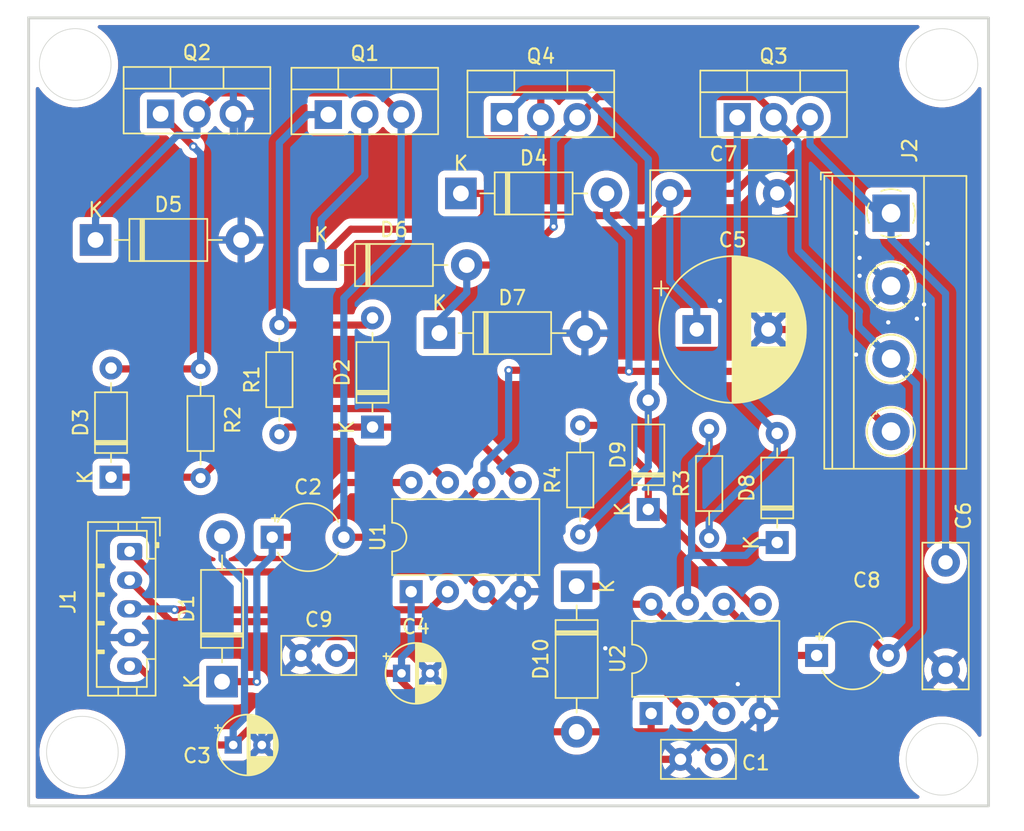
<source format=kicad_pcb>
(kicad_pcb (version 20241229) (generator "pcbnew") (generator_version "9.0")
  (title_block (title "H-Bridge DC Motor Driver") (date "2025-04-15") (rev "A") (company "Er. Sujit Kumar") (comment 1 "SURE TRUST") (comment 2 "DCE Darbhanga"))
  (layers (0 "F.Cu" signal) (2 "B.Cu" signal) (13 "F.Paste" user) (15 "B.Paste" user) (5 "F.SilkS" user "F.Silkscreen") (7 "B.SilkS" user "B.Silkscreen") (1 "F.Mask" user) (3 "B.Mask" user) (25 "Edge.Cuts" user))
  (net 0 "")
  (net 1 "GND")
  (net 2 "+12V")
  (net 3 "Net-(D1-K)")
  (net 4 "/MOTOR 1")
  (net 5 "VCC")
  (net 6 "/MOTOR 2")
  (net 7 "Net-(D10-K)")
  (net 8 "Net-(D2-A)")
  (net 9 "Net-(D2-K)")
  (net 10 "Net-(D3-A)")
  (net 11 "Net-(D3-K)")
  (net 12 "Net-(D8-A)")
  (net 13 "Net-(D8-K)")
  (net 14 "Net-(D9-A)")
  (net 15 "Net-(D9-K)")
  (net 16 "/PWM2")
  (net 17 "/PWM1")
  (net 18 "/EN")
  (footprint "Capacitor_THT:C_Rect_L10.0mm_W3.0mm_P7.50mm_MKS4" (layer "F.Cu") (at 141 75.5)
    (property "Reference" "C7" (at 3.75 -2.75 0) (layer "F.SilkS"))
    (property "Value" "470nF")
    (pad "1" thru_hole circle (at 0 0) (size 2 2) (drill 1) (layers "*.Cu" "*.Mask") (net 5 "VCC"))
    (pad "2" thru_hole circle (at 7.5 0) (size 2 2) (drill 1) (layers "*.Cu" "*.Mask") (net 1 "GND"))
  )
  (footprint "Package_TO_SOT_THT:TO-220-3_Vertical" (layer "F.Cu") (at 145.71 70.195)
    (property "Reference" "Q3" (at 2.54 -4.27 0) (layer "F.SilkS"))
    (property "Value" "IRF3205")
    (pad "1" thru_hole rect (at 0 0) (size 1.905 2) (drill 1.1) (layers "*.Cu" "*.Mask") (net 12 "Net-(D8-A)"))
    (pad "2" thru_hole oval (at 2.54 0) (size 1.905 2) (drill 1.1) (layers "*.Cu" "*.Mask") (net 6 "/MOTOR 2"))
    (pad "3" thru_hole oval (at 5.08 0) (size 1.905 2) (drill 1.1) (layers "*.Cu" "*.Mask") (net 5 "VCC"))
  )
  (footprint "Diode_THT:D_DO-35_SOD27_P7.62mm_Horizontal" (layer "F.Cu") (at 102 95.31 90)
    (property "Reference" "D3" (at 3.81 -2.12 90) (layer "F.SilkS"))
    (property "Value" "1N4148")
    (fp_text user "K" (at 0 -1.8 90) (layer "F.SilkS"))
    (pad "1" thru_hole rect (at 0 0 90) (size 1.6 1.6) (drill 0.8) (layers "*.Cu" "*.Mask") (net 11 "Net-(D3-K)"))
    (pad "2" thru_hole oval (at 7.62 0 90) (size 1.6 1.6) (drill 0.8) (layers "*.Cu" "*.Mask") (net 10 "Net-(D3-A)"))
  )
  (footprint "Connector_JST:JST_PH_B5B-PH-K_1x05_P2.00mm_Vertical" (layer "F.Cu") (at 103.3 100.5 -90)
    (property "Reference" "J1" (at 3.5 4.3 90) (layer "F.SilkS"))
    (property "Value" "XH-Male Connector")
    (pad "1" thru_hole roundrect (at 0 0 270) (size 1.2 1.75) (drill 0.75) (layers "*.Cu" "*.Mask") (roundrect_rratio 0.208333) (net 18 "/EN"))
    (pad "2" thru_hole oval (at 2 0 270) (size 1.2 1.75) (drill 0.75) (layers "*.Cu" "*.Mask") (net 16 "/PWM2"))
    (pad "3" thru_hole oval (at 4 0 270) (size 1.2 1.75) (drill 0.75) (layers "*.Cu" "*.Mask") (net 17 "/PWM1"))
    (pad "4" thru_hole oval (at 6 0 270) (size 1.2 1.75) (drill 0.75) (layers "*.Cu" "*.Mask") (net 1 "GND"))
    (pad "5" thru_hole oval (at 8 0 270) (size 1.2 1.75) (drill 0.75) (layers "*.Cu" "*.Mask") (net 2 "+12V"))
  )
  (footprint "Resistor_THT:R_Axial_DIN0204_L3.6mm_D1.6mm_P7.62mm_Horizontal" (layer "F.Cu") (at 113.75 92.31 90)
    (property "Reference" "R1" (at 3.81 -1.92 90) (layer "F.SilkS"))
    (property "Value" "27R")
    (pad "1" thru_hole circle (at 0 0 90) (size 1.4 1.4) (drill 0.7) (layers "*.Cu" "*.Mask") (net 9 "Net-(D2-K)"))
    (pad "2" thru_hole oval (at 7.62 0 90) (size 1.4 1.4) (drill 0.7) (layers "*.Cu" "*.Mask") (net 8 "Net-(D2-A)"))
  )
  (footprint "Package_DIP:DIP-8_W7.62mm" (layer "F.Cu") (at 139.7 111.8 90)
    (property "Reference" "U2" (at 3.81 -2.33 90) (layer "F.SilkS"))
    (property "Value" "IR2104")
    (pad "1" thru_hole rect (at 0 0 90) (size 1.6 1.6) (drill 0.8) (layers "*.Cu" "*.Mask") (net 2 "+12V"))
    (pad "2" thru_hole oval (at 0 2.54 90) (size 1.6 1.6) (drill 0.8) (layers "*.Cu" "*.Mask") (net 16 "/PWM2"))
    (pad "3" thru_hole oval (at 0 5.08 90) (size 1.6 1.6) (drill 0.8) (layers "*.Cu" "*.Mask") (net 18 "/EN"))
    (pad "4" thru_hole oval (at 0 7.62 90) (size 1.6 1.6) (drill 0.8) (layers "*.Cu" "*.Mask") (net 1 "GND"))
    (pad "5" thru_hole oval (at 7.62 7.62 90) (size 1.6 1.6) (drill 0.8) (layers "*.Cu" "*.Mask") (net 15 "Net-(D9-K)"))
    (pad "6" thru_hole oval (at 7.62 5.08 90) (size 1.6 1.6) (drill 0.8) (layers "*.Cu" "*.Mask") (net 6 "/MOTOR 2"))
    (pad "7" thru_hole oval (at 7.62 2.54 90) (size 1.6 1.6) (drill 0.8) (layers "*.Cu" "*.Mask") (net 13 "Net-(D8-K)"))
    (pad "8" thru_hole oval (at 7.62 0 90) (size 1.6 1.6) (drill 0.8) (layers "*.Cu" "*.Mask") (net 7 "Net-(D10-K)"))
  )
  (footprint "Package_TO_SOT_THT:TO-220-3_Vertical" (layer "F.Cu") (at 129.46 70.195)
    (property "Reference" "Q4" (at 2.54 -4.27 0) (layer "F.SilkS"))
    (property "Value" "IRF3205")
    (pad "1" thru_hole rect (at 0 0) (size 1.905 2) (drill 1.1) (layers "*.Cu" "*.Mask") (net 14 "Net-(D9-A)"))
    (pad "2" thru_hole oval (at 2.54 0) (size 1.905 2) (drill 1.1) (layers "*.Cu" "*.Mask") (net 1 "GND"))
    (pad "3" thru_hole oval (at 5.08 0) (size 1.905 2) (drill 1.1) (layers "*.Cu" "*.Mask") (net 6 "/MOTOR 2"))
  )
  (footprint "Capacitor_THT:C_Rect_L10.0mm_W3.0mm_P7.50mm_MKS4" (layer "F.Cu") (at 160.25 101.25 -90)
    (property "Reference" "C6" (at -3.25 -1.25 90) (layer "F.SilkS"))
    (property "Value" "470nF")
    (pad "1" thru_hole circle (at 0 0 270) (size 2 2) (drill 1) (layers "*.Cu" "*.Mask") (net 5 "VCC"))
    (pad "2" thru_hole circle (at 7.5 0 270) (size 2 2) (drill 1) (layers "*.Cu" "*.Mask") (net 1 "GND"))
  )
  (footprint "Package_DIP:DIP-8_W7.62mm" (layer "F.Cu") (at 122.95 103.3 90)
    (property "Reference" "U1" (at 3.81 -2.33 90) (layer "F.SilkS"))
    (property "Value" "IR2104")
    (pad "1" thru_hole rect (at 0 0 90) (size 1.6 1.6) (drill 0.8) (layers "*.Cu" "*.Mask") (net 2 "+12V"))
    (pad "2" thru_hole oval (at 0 2.54 90) (size 1.6 1.6) (drill 0.8) (layers "*.Cu" "*.Mask") (net 17 "/PWM1"))
    (pad "3" thru_hole oval (at 0 5.08 90) (size 1.6 1.6) (drill 0.8) (layers "*.Cu" "*.Mask") (net 18 "/EN"))
    (pad "4" thru_hole oval (at 0 7.62 90) (size 1.6 1.6) (drill 0.8) (layers "*.Cu" "*.Mask") (net 1 "GND"))
    (pad "5" thru_hole oval (at 7.62 7.62 90) (size 1.6 1.6) (drill 0.8) (layers "*.Cu" "*.Mask") (net 11 "Net-(D3-K)"))
    (pad "6" thru_hole oval (at 7.62 5.08 90) (size 1.6 1.6) (drill 0.8) (layers "*.Cu" "*.Mask") (net 4 "/MOTOR 1"))
    (pad "7" thru_hole oval (at 7.62 2.54 90) (size 1.6 1.6) (drill 0.8) (layers "*.Cu" "*.Mask") (net 9 "Net-(D2-K)"))
    (pad "8" thru_hole oval (at 7.62 0 90) (size 1.6 1.6) (drill 0.8) (layers "*.Cu" "*.Mask") (net 3 "Net-(D1-K)"))
  )
  (footprint "Diode_THT:D_DO-41_SOD81_P10.16mm_Horizontal" (layer "F.Cu") (at 126.42 75.5)
    (property "Reference" "D4" (at 5.08 -2.47 0) (layer "F.SilkS"))
    (property "Value" "1N5819")
    (fp_text user "K" (at 0 -2.1 0) (layer "F.SilkS"))
    (pad "1" thru_hole rect (at 0 0) (size 2.2 2.2) (drill 1.1) (layers "*.Cu" "*.Mask") (net 5 "VCC"))
    (pad "2" thru_hole oval (at 10.16 0) (size 2.2 2.2) (drill 1.1) (layers "*.Cu" "*.Mask") (net 4 "/MOTOR 1"))
  )
  (footprint "Diode_THT:D_DO-41_SOD81_P10.16mm_Horizontal" (layer "F.Cu") (at 124.92 85.25)
    (property "Reference" "D7" (at 5.08 -2.47 0) (layer "F.SilkS"))
    (property "Value" "1N5819")
    (fp_text user "K" (at 0 -2.1 0) (layer "F.SilkS"))
    (pad "1" thru_hole rect (at 0 0) (size 2.2 2.2) (drill 1.1) (layers "*.Cu" "*.Mask") (net 6 "/MOTOR 2"))
    (pad "2" thru_hole oval (at 10.16 0) (size 2.2 2.2) (drill 1.1) (layers "*.Cu" "*.Mask") (net 1 "GND"))
  )
  (footprint "TerminalBlock_Phoenix:TerminalBlock_Phoenix_MKDS-1,5-4-5.08_1x04_P5.08mm_Horizontal" (layer "F.Cu") (at 156.445 76.88 -90)
    (property "Reference" "J2" (at -4.38 -1.305 90) (layer "F.SilkS"))
    (property "Value" "KF45 Connector")
    (pad "1" thru_hole rect (at 0 0 270) (size 2.6 2.6) (drill 1.3) (layers "*.Cu" "*.Mask") (net 5 "VCC"))
    (pad "2" thru_hole circle (at 5.08 0 270) (size 2.6 2.6) (drill 1.3) (layers "*.Cu" "*.Mask") (net 1 "GND"))
    (pad "3" thru_hole circle (at 10.16 0 270) (size 2.6 2.6) (drill 1.3) (layers "*.Cu" "*.Mask") (net 6 "/MOTOR 2"))
    (pad "4" thru_hole circle (at 15.24 0 270) (size 2.6 2.6) (drill 1.3) (layers "*.Cu" "*.Mask") (net 4 "/MOTOR 1"))
  )
  (footprint "Capacitor_THT:CP_Radial_Tantal_D4.5mm_P5.00mm" (layer "F.Cu") (at 113.25 99.5)
    (property "Reference" "C2" (at 2.5 -3.5 0) (layer "F.SilkS"))
    (property "Value" "1uF")
    (pad "1" thru_hole rect (at 0 0) (size 1.6 1.6) (drill 0.8) (layers "*.Cu" "*.Mask") (net 3 "Net-(D1-K)"))
    (pad "2" thru_hole circle (at 5 0) (size 1.6 1.6) (drill 0.8) (layers "*.Cu" "*.Mask") (net 4 "/MOTOR 1"))
  )
  (footprint "Resistor_THT:R_Axial_DIN0204_L3.6mm_D1.6mm_P7.62mm_Horizontal" (layer "F.Cu") (at 143.75 99.56 90)
    (property "Reference" "R3" (at 3.81 -1.92 90) (layer "F.SilkS"))
    (property "Value" "27R")
    (pad "1" thru_hole circle (at 0 0 90) (size 1.4 1.4) (drill 0.7) (layers "*.Cu" "*.Mask") (net 12 "Net-(D8-A)"))
    (pad "2" thru_hole oval (at 7.62 0 90) (size 1.4 1.4) (drill 0.7) (layers "*.Cu" "*.Mask") (net 13 "Net-(D8-K)"))
  )
  (footprint "Capacitor_THT:CP_Radial_D4.0mm_P2.00mm" (layer "F.Cu") (at 122.2774 109)
    (property "Reference" "C4" (at 1 -3.25 0) (layer "F.SilkS"))
    (property "Value" "10uF")
    (pad "1" thru_hole rect (at 0 0) (size 1.2 1.2) (drill 0.6) (layers "*.Cu" "*.Mask") (net 2 "+12V"))
    (pad "2" thru_hole circle (at 2 0) (size 1.2 1.2) (drill 0.6) (layers "*.Cu" "*.Mask") (net 1 "GND"))
  )
  (footprint "Resistor_THT:R_Axial_DIN0204_L3.6mm_D1.6mm_P7.62mm_Horizontal" (layer "F.Cu") (at 108.25 95.37 90)
    (property "Reference" "R2" (at 4.06 2.25 90) (layer "F.SilkS"))
    (property "Value" "27R")
    (pad "1" thru_hole circle (at 0 0 90) (size 1.4 1.4) (drill 0.7) (layers "*.Cu" "*.Mask") (net 11 "Net-(D3-K)"))
    (pad "2" thru_hole oval (at 7.62 0 90) (size 1.4 1.4) (drill 0.7) (layers "*.Cu" "*.Mask") (net 10 "Net-(D3-A)"))
  )
  (footprint "Capacitor_THT:C_Disc_D5.0mm_W2.5mm_P2.50mm" (layer "F.Cu") (at 141.75 115)
    (property "Reference" "C1" (at 5.25 0.25 0) (layer "F.SilkS"))
    (property "Value" "100nF")
    (pad "1" thru_hole circle (at 0 0) (size 1.6 1.6) (drill 0.8) (layers "*.Cu" "*.Mask") (net 1 "GND"))
    (pad "2" thru_hole circle (at 2.5 0) (size 1.6 1.6) (drill 0.8) (layers "*.Cu" "*.Mask") (net 2 "+12V"))
  )
  (footprint "Diode_THT:D_DO-35_SOD27_P7.62mm_Horizontal" (layer "F.Cu") (at 148.5 99.87 90)
    (property "Reference" "D8" (at 3.81 -2.12 90) (layer "F.SilkS"))
    (property "Value" "1N4148")
    (fp_text user "K" (at 0 -1.8 90) (layer "F.SilkS"))
    (pad "1" thru_hole rect (at 0 0 90) (size 1.6 1.6) (drill 0.8) (layers "*.Cu" "*.Mask") (net 13 "Net-(D8-K)"))
    (pad "2" thru_hole oval (at 7.62 0 90) (size 1.6 1.6) (drill 0.8) (layers "*.Cu" "*.Mask") (net 12 "Net-(D8-A)"))
  )
  (footprint "Diode_THT:D_DO-41_SOD81_P10.16mm_Horizontal" (layer "F.Cu") (at 116.67 80.5)
    (property "Reference" "D6" (at 5.08 -2.47 0) (layer "F.SilkS"))
    (property "Value" "1N5819")
    (fp_text user "K" (at 0 -2.1 0) (layer "F.SilkS"))
    (pad "1" thru_hole rect (at 0 0) (size 2.2 2.2) (drill 1.1) (layers "*.Cu" "*.Mask") (net 5 "VCC"))
    (pad "2" thru_hole oval (at 10.16 0) (size 2.2 2.2) (drill 1.1) (layers "*.Cu" "*.Mask") (net 6 "/MOTOR 2"))
  )
  (footprint "Capacitor_THT:CP_Radial_Tantal_D4.5mm_P5.00mm" (layer "F.Cu") (at 151.25 107.75)
    (property "Reference" "C8" (at 3.5 -5.25 0) (layer "F.SilkS"))
    (property "Value" "1uF")
    (pad "1" thru_hole rect (at 0 0) (size 1.6 1.6) (drill 0.8) (layers "*.Cu" "*.Mask") (net 7 "Net-(D10-K)"))
    (pad "2" thru_hole circle (at 5 0) (size 1.6 1.6) (drill 0.8) (layers "*.Cu" "*.Mask") (net 6 "/MOTOR 2"))
  )
  (footprint "Resistor_THT:R_Axial_DIN0204_L3.6mm_D1.6mm_P7.62mm_Horizontal" (layer "F.Cu") (at 134.75 99.31 90)
    (property "Reference" "R4" (at 3.81 -1.92 90) (layer "F.SilkS"))
    (property "Value" "27R")
    (pad "1" thru_hole circle (at 0 0 90) (size 1.4 1.4) (drill 0.7) (layers "*.Cu" "*.Mask") (net 14 "Net-(D9-A)"))
    (pad "2" thru_hole oval (at 7.62 0 90) (size 1.4 1.4) (drill 0.7) (layers "*.Cu" "*.Mask") (net 15 "Net-(D9-K)"))
  )
  (footprint "Diode_THT:D_DO-35_SOD27_P7.62mm_Horizontal" (layer "F.Cu") (at 139.5 97.56 90)
    (property "Reference" "D9" (at 3.81 -2.12 90) (layer "F.SilkS"))
    (property "Value" "1N4148")
    (fp_text user "K" (at 0 -1.8 90) (layer "F.SilkS"))
    (pad "1" thru_hole rect (at 0 0 90) (size 1.6 1.6) (drill 0.8) (layers "*.Cu" "*.Mask") (net 15 "Net-(D9-K)"))
    (pad "2" thru_hole oval (at 7.62 0 90) (size 1.6 1.6) (drill 0.8) (layers "*.Cu" "*.Mask") (net 14 "Net-(D9-A)"))
  )
  (footprint "Diode_THT:D_DO-41_SOD81_P10.16mm_Horizontal" (layer "F.Cu") (at 100.92 78.75)
    (property "Reference" "D5" (at 5.08 -2.47 0) (layer "F.SilkS"))
    (property "Value" "1N5819")
    (fp_text user "K" (at 0 -2.1 0) (layer "F.SilkS"))
    (pad "1" thru_hole rect (at 0 0) (size 2.2 2.2) (drill 1.1) (layers "*.Cu" "*.Mask") (net 4 "/MOTOR 1"))
    (pad "2" thru_hole oval (at 10.16 0) (size 2.2 2.2) (drill 1.1) (layers "*.Cu" "*.Mask") (net 1 "GND"))
  )
  (footprint "Diode_THT:D_DO-35_SOD27_P7.62mm_Horizontal" (layer "F.Cu") (at 120.25 91.81 90)
    (property "Reference" "D2" (at 3.81 -2.12 90) (layer "F.SilkS"))
    (property "Value" "1N4148")
    (fp_text user "K" (at 0 -1.8 90) (layer "F.SilkS"))
    (pad "1" thru_hole rect (at 0 0 90) (size 1.6 1.6) (drill 0.8) (layers "*.Cu" "*.Mask") (net 9 "Net-(D2-K)"))
    (pad "2" thru_hole oval (at 7.62 0 90) (size 1.6 1.6) (drill 0.8) (layers "*.Cu" "*.Mask") (net 8 "Net-(D2-A)"))
  )
  (footprint "Package_TO_SOT_THT:TO-220-3_Vertical" (layer "F.Cu") (at 105.46 69.945)
    (property "Reference" "Q2" (at 2.54 -4.27 0) (layer "F.SilkS"))
    (property "Value" "IRF3205")
    (pad "1" thru_hole rect (at 0 0) (size 1.905 2) (drill 1.1) (layers "*.Cu" "*.Mask") (net 10 "Net-(D3-A)"))
    (pad "2" thru_hole oval (at 2.54 0) (size 1.905 2) (drill 1.1) (layers "*.Cu" "*.Mask") (net 4 "/MOTOR 1"))
    (pad "3" thru_hole oval (at 5.08 0) (size 1.905 2) (drill 1.1) (layers "*.Cu" "*.Mask") (net 1 "GND"))
  )
  (footprint "Capacitor_THT:CP_Radial_D4.0mm_P2.00mm" (layer "F.Cu") (at 110.5274 114)
    (property "Reference" "C3" (at -2.527401 0.75 0) (layer "F.SilkS"))
    (property "Value" "10uF")
    (pad "1" thru_hole rect (at 0 0) (size 1.2 1.2) (drill 0.6) (layers "*.Cu" "*.Mask") (net 2 "+12V"))
    (pad "2" thru_hole circle (at 2 0) (size 1.2 1.2) (drill 0.6) (layers "*.Cu" "*.Mask") (net 1 "GND"))
  )
  (footprint "Capacitor_THT:CP_Radial_D10.0mm_P5.00mm" (layer "F.Cu") (at 142.8823 85)
    (property "Reference" "C5" (at 2.5 -6.25 0) (layer "F.SilkS"))
    (property "Value" "1000uF")
    (pad "1" thru_hole rect (at 0 0) (size 2 2) (drill 1) (layers "*.Cu" "*.Mask") (net 5 "VCC"))
    (pad "2" thru_hole circle (at 5 0) (size 2 2) (drill 1) (layers "*.Cu" "*.Mask") (net 1 "GND"))
  )
  (footprint "Diode_THT:D_DO-41_SOD81_P10.16mm_Horizontal" (layer "F.Cu") (at 109.75 109.58 90)
    (property "Reference" "D1" (at 5.08 -2.47 90) (layer "F.SilkS"))
    (property "Value" "1N5819")
    (fp_text user "K" (at 0 -2.1 90) (layer "F.SilkS"))
    (pad "1" thru_hole rect (at 0 0 90) (size 2.2 2.2) (drill 1.1) (layers "*.Cu" "*.Mask") (net 3 "Net-(D1-K)"))
    (pad "2" thru_hole oval (at 10.16 0 90) (size 2.2 2.2) (drill 1.1) (layers "*.Cu" "*.Mask") (net 2 "+12V"))
  )
  (footprint "Package_TO_SOT_THT:TO-220-3_Vertical" (layer "F.Cu") (at 117.17 70)
    (property "Reference" "Q1" (at 2.54 -4.27 0) (layer "F.SilkS"))
    (property "Value" "IRF3205")
    (pad "1" thru_hole rect (at 0 0) (size 1.905 2) (drill 1.1) (layers "*.Cu" "*.Mask") (net 8 "Net-(D2-A)"))
    (pad "2" thru_hole oval (at 2.54 0) (size 1.905 2) (drill 1.1) (layers "*.Cu" "*.Mask") (net 5 "VCC"))
    (pad "3" thru_hole oval (at 5.08 0) (size 1.905 2) (drill 1.1) (layers "*.Cu" "*.Mask") (net 4 "/MOTOR 1"))
  )
  (footprint "Capacitor_THT:C_Disc_D5.0mm_W2.5mm_P2.50mm" (layer "F.Cu") (at 115.25 107.75)
    (property "Reference" "C9" (at 1.25 -2.5 0) (layer "F.SilkS"))
    (property "Value" "100nF")
    (pad "1" thru_hole circle (at 0 0) (size 1.6 1.6) (drill 0.8) (layers "*.Cu" "*.Mask") (net 1 "GND"))
    (pad "2" thru_hole circle (at 2.5 0) (size 1.6 1.6) (drill 0.8) (layers "*.Cu" "*.Mask") (net 2 "+12V"))
  )
  (footprint "Diode_THT:D_DO-41_SOD81_P10.16mm_Horizontal" (layer "F.Cu") (at 134.5 102.92 -90)
    (property "Reference" "D10" (at 5.08 2.5 90) (layer "F.SilkS"))
    (property "Value" "1N5819")
    (fp_text user "K" (at 0 -2.1 90) (layer "F.SilkS"))
    (pad "1" thru_hole rect (at 0 0 270) (size 2.2 2.2) (drill 1.1) (layers "*.Cu" "*.Mask") (net 7 "Net-(D10-K)"))
    (pad "2" thru_hole oval (at 10.16 0 270) (size 2.2 2.2) (drill 1.1) (layers "*.Cu" "*.Mask") (net 2 "+12V"))
  )
  (gr_circle (center 160 66.5) (end 162.5 66.5) (stroke (width 0.05)) (fill no) (layer "Edge.Cuts"))
  (gr_circle (center 100 114.5) (end 102.5 114.5) (stroke (width 0.05)) (fill no) (layer "Edge.Cuts"))
  (gr_circle (center 160 115) (end 162.5 115) (stroke (width 0.05)) (fill no) (layer "Edge.Cuts"))
  (gr_rect (start 96.25 63.25) (end 163.25 118.25) (stroke (width 0.2)) (fill no) (layer "Edge.Cuts"))
  (gr_circle (center 99.5 66.5) (end 102 66.5) (stroke (width 0.05)) (fill no) (layer "Edge.Cuts"))
  (segment (start 137.8856 86.4556) (end 136.68 85.25) (width 0.5) (layer "F.Cu") (net 1))
  (segment (start 110.54 69.945) (end 111.9925 69.945) (width 0.5) (layer "F.Cu") (net 1))
  (segment (start 113.7425 71.695) (end 111.9925 69.945) (width 0.5) (layer "F.Cu") (net 1))
  (segment (start 114 106.5) (end 103.3 106.5) (width 0.5) (layer "F.Cu") (net 1))
  (segment (start 121.7149 106.4375) (end 124.2774 109) (width 0.5) (layer "F.Cu") (net 1))
  (segment (start 115.25 107.75) (end 114 106.5) (width 0.5) (layer "F.Cu") (net 1))
  (segment (start 147.8823 85) (end 153.405 85) (width 0.5) (layer "F.Cu") (net 1))
  (segment (start 115.25 107.75) (end 116.5625 106.4375) (width 0.5) (layer "F.Cu") (net 1))
  (segment (start 135.08 85.25) (end 136.68 85.25) (width 0.5) (layer "F.Cu") (net 1))
  (segment (start 153.405 85) (end 156.445 81.96) (width 0.5) (layer "F.Cu") (net 1))
  (segment (start 146.4267 86.4556) (end 137.8856 86.4556) (width 0.5) (layer "F.Cu") (net 1))
  (segment (start 132 70.195) (end 132 71.695) (width 0.5) (layer "F.Cu") (net 1))
  (segment (start 112.5274 114) (end 113.5274 115) (width 0.5) (layer "F.Cu") (net 1))
  (segment (start 116.5625 106.4375) (end 121.7149 106.4375) (width 0.5) (layer "F.Cu") (net 1))
  (segment (start 147.32 111.8) (end 157.2 111.8) (width 0.5) (layer "F.Cu") (net 1))
  (segment (start 113.5274 115) (end 141.75 115) (width 0.5) (layer "F.Cu") (net 1))
  (segment (start 147.8823 85) (end 146.4267 86.4556) (width 0.5) (layer "F.Cu") (net 1))
  (segment (start 157.2 111.8) (end 160.25 108.75) (width 0.5) (layer "F.Cu") (net 1))
  (segment (start 132 71.695) (end 113.7425 71.695) (width 0.5) (layer "F.Cu") (net 1))
  (via (at 136.5 107.25) (size 0.6) (drill 0.3) (layers "F.Cu" "B.Cu") (net 1))
  (via (at 158.25 84.25) (size 0.6) (drill 0.3) (layers "F.Cu" "B.Cu") (net 1))
  (via (at 156.25 84.5) (size 0.6) (drill 0.3) (layers "F.Cu" "B.Cu") (net 1))
  (via (at 154.25 81.25) (size 0.6) (drill 0.3) (layers "F.Cu" "B.Cu") (net 1))
  (via (at 154 78.25) (size 0.6) (drill 0.3) (layers "F.Cu" "B.Cu") (net 1))
  (via (at 144.5 83) (size 0.6) (drill 0.3) (layers "F.Cu" "B.Cu") (net 1))
  (via (at 154 86.75) (size 0.6) (drill 0.3) (layers "F.Cu" "B.Cu") (net 1))
  (via (at 159 79) (size 0.6) (drill 0.3) (layers "F.Cu" "B.Cu") (net 1))
  (via (at 158.75 83.25) (size 0.6) (drill 0.3) (layers "F.Cu" "B.Cu") (net 1))
  (via (at 145.75 109.75) (size 0.6) (drill 0.3) (layers "F.Cu" "B.Cu") (net 1))
  (via (at 154.25 80) (size 0.6) (drill 0.3) (layers "F.Cu" "B.Cu") (net 1))
  (segment (start 130.57 103.3) (end 130.57 102.6664) (width 0.5) (layer "B.Cu") (net 1))
  (segment (start 132 80.57) (end 132 70.195) (width 0.5) (layer "B.Cu") (net 1))
  (segment (start 112.5274 114) (end 112.5274 110.4726) (width 0.5) (layer "B.Cu") (net 1))
  (segment (start 135.08 85.25) (end 135.08 86.85) (width 0.5) (layer "B.Cu") (net 1))
  (segment (start 135.08 83.65) (end 132 80.57) (width 0.5) (layer "B.Cu") (net 1))
  (segment (start 124.2774 108.959) (end 124.2774 109) (width 0.5) (layer "B.Cu") (net 1))
  (segment (start 111.08 70.485) (end 110.54 69.945) (width 0.5) (layer "B.Cu") (net 1))
  (segment (start 130.57 102.6664) (end 130.57 102) (width 0.5) (layer "B.Cu") (net 1))
  (segment (start 147.8823 85) (end 147.8823 76.1177) (width 0.5) (layer "B.Cu") (net 1))
  (segment (start 133.48 88.45) (end 133.48 99.09) (width 0.5) (layer "B.Cu") (net 1))
  (segment (start 135.08 85.25) (end 135.08 83.65) (width 0.5) (layer "B.Cu") (net 1))
  (segment (start 143.0864 113.6636) (end 145.4564 113.6636) (width 0.5) (layer "B.Cu") (net 1))
  (segment (start 111.08 78.75) (end 111.08 70.485) (width 0.5) (layer "B.Cu") (net 1))
  (segment (start 147.8823 76.1177) (end 148.5 75.5) (width 0.5) (layer "B.Cu") (net 1))
  (segment (start 133.48 99.09) (end 130.57 102) (width 0.5) (layer "B.Cu") (net 1))
  (segment (start 135.08 86.85) (end 133.48 88.45) (width 0.5) (layer "B.Cu") (net 1))
  (segment (start 141.75 115) (end 143.0864 113.6636) (width 0.5) (layer "B.Cu") (net 1))
  (segment (start 130.57 102.6664) (end 124.2774 108.959) (width 0.5) (layer "B.Cu") (net 1))
  (segment (start 112.5274 110.4726) (end 115.25 107.75) (width 0.5) (layer "B.Cu") (net 1))
  (segment (start 145.4564 113.6636) (end 147.32 111.8) (width 0.5) (layer "B.Cu") (net 1))
  (segment (start 122.2774 109) (end 121.7274 109) (width 0.5) (layer "F.Cu") (net 2))
  (segment (start 110.5274 114) (end 109.4274 114) (width 0.5) (layer "F.Cu") (net 2))
  (segment (start 139.68 113.08) (end 139.7 113.1) (width 0.5) (layer "F.Cu") (net 2))
  (segment (start 125.8074 113.08) (end 134.5 113.08) (width 0.5) (layer "F.Cu") (net 2))
  (segment (start 103.9274 108.5) (end 103.3 108.5) (width 0.5) (layer "F.Cu") (net 2))
  (segment (start 113.141 111.3864) (end 118.791 111.3864) (width 0.5) (layer "F.Cu") (net 2))
  (segment (start 134.5 113.08) (end 139.68 113.08) (width 0.5) (layer "F.Cu") (net 2))
  (segment (start 121.7274 109) (end 121.1774 109) (width 0.5) (layer "F.Cu") (net 2))
  (segment (start 109.4274 114) (end 103.9274 108.5) (width 0.5) (layer "F.Cu") (net 2))
  (segment (start 121.7274 109) (end 125.8074 113.08) (width 0.5) (layer "F.Cu") (net 2))
  (segment (start 139.7 111.8) (end 139.7 113.1) (width 0.5) (layer "F.Cu") (net 2))
  (segment (start 119.9274 107.75) (end 121.1774 109) (width 0.5) (layer "F.Cu") (net 2))
  (segment (start 139.7 113.1) (end 142.35 113.1) (width 0.5) (layer "F.Cu") (net 2))
  (segment (start 117.75 107.75) (end 119.9274 107.75) (width 0.5) (layer "F.Cu") (net 2))
  (segment (start 118.791 111.3864) (end 121.1774 109) (width 0.5) (layer "F.Cu") (net 2))
  (segment (start 110.5274 114) (end 113.141 111.3864) (width 0.5) (layer "F.Cu") (net 2))
  (segment (start 142.35 113.1) (end 144.25 115) (width 0.5) (layer "F.Cu") (net 2))
  (segment (start 110.5274 112.9) (end 111.3159 112.1115) (width 0.5) (layer "B.Cu") (net 2))
  (segment (start 110.5274 114) (end 110.5274 112.9) (width 0.5) (layer "B.Cu") (net 2))
  (segment (start 122.2774 109) (end 122.2774 107.9) (width 0.5) (layer "B.Cu") (net 2))
  (segment (start 109.75 99.42) (end 109.75 101.02) (width 0.5) (layer "B.Cu") (net 2))
  (segment (start 111.3159 112.1115) (end 111.3159 102.5859) (width 0.5) (layer "B.Cu") (net 2))
  (segment (start 122.95 107.2274) (end 122.95 103.3) (width 0.5) (layer "B.Cu") (net 2))
  (segment (start 111.3159 102.5859) (end 109.75 101.02) (width 0.5) (layer "B.Cu") (net 2))
  (segment (start 122.2774 107.9) (end 122.95 107.2274) (width 0.5) (layer "B.Cu") (net 2))
  (segment (start 113.25 99.5) (end 114.55 99.5) (width 0.5) (layer "F.Cu") (net 3))
  (segment (start 109.75 109.58) (end 112.1761 109.58) (width 0.5) (layer "F.Cu") (net 3))
  (segment (start 114.55 99.5) (end 118.37 95.68) (width 0.5) (layer "F.Cu") (net 3))
  (segment (start 118.37 95.68) (end 122.95 95.68) (width 0.5) (layer "F.Cu") (net 3))
  (via (at 112.1761 109.58) (size 0.6) (drill 0.3) (layers "F.Cu" "B.Cu") (net 3))
  (segment (start 113.25 99.5) (end 113.25 100.8) (width 0.5) (layer "B.Cu") (net 3))
  (segment (start 113.25 100.8) (end 112.1761 101.8739) (width 0.5) (layer "B.Cu") (net 3))
  (segment (start 112.1761 101.8739) (end 112.1761 109.58) (width 0.5) (layer "B.Cu") (net 3))
  (segment (start 124.21 99.5) (end 128.03 95.68) (width 0.5) (layer "F.Cu") (net 4))
  (segment (start 152.2478 87.9228) (end 138.1526 87.9228) (width 0.5) (layer "F.Cu") (net 4))
  (segment (start 138.0741 87.8443) (end 138.1526 87.9228) (width 0.5) (layer "F.Cu") (net 4))
  (segment (start 122.25 70) (end 120.7366 68.4866) (width 0.5) (layer "F.Cu") (net 4))
  (segment (start 129.7507 87.8443) (end 138.0741 87.8443) (width 0.5) (layer "F.Cu") (net 4))
  (segment (start 109.4584 68.4866) (end 108 69.945) (width 0.5) (layer "F.Cu") (net 4))
  (segment (start 118.25 99.5) (end 124.21 99.5) (width 0.5) (layer "F.Cu") (net 4))
  (segment (start 156.445 92.12) (end 152.2478 87.9228) (width 0.5) (layer "F.Cu") (net 4))
  (segment (start 120.7366 68.4866) (end 109.4584 68.4866) (width 0.5) (layer "F.Cu") (net 4))
  (via (at 138.1526 87.9228) (size 0.6) (drill 0.3) (layers "F.Cu" "B.Cu") (net 4))
  (via (at 129.7507 87.8443) (size 0.6) (drill 0.3) (layers "F.Cu" "B.Cu") (net 4))
  (segment (start 128.03 94.38) (end 129.7507 92.6593) (width 0.5) (layer "B.Cu") (net 4))
  (segment (start 136.58 75.5) (end 136.58 77.1) (width 0.5) (layer "B.Cu") (net 4))
  (segment (start 122.25 70) (end 122.25 78.8) (width 0.5) (layer "B.Cu") (net 4))
  (segment (start 106.625 71.445) (end 108 71.445) (width 0.5) (layer "B.Cu") (net 4))
  (segment (start 118.25 82.8) (end 118.25 99.5) (width 0.5) (layer "B.Cu") (net 4))
  (segment (start 108 69.945) (end 108 71.445) (width 0.5) (layer "B.Cu") (net 4))
  (segment (start 138.1526 87.9228) (end 138.1526 78.6726) (width 0.5) (layer "B.Cu") (net 4))
  (segment (start 128.03 95.68) (end 128.03 94.38) (width 0.5) (layer "B.Cu") (net 4))
  (segment (start 100.92 77.15) (end 106.625 71.445) (width 0.5) (layer "B.Cu") (net 4))
  (segment (start 138.1526 78.6726) (end 136.58 77.1) (width 0.5) (layer "B.Cu") (net 4))
  (segment (start 129.7507 92.6593) (end 129.7507 87.8443) (width 0.5) (layer "B.Cu") (net 4))
  (segment (start 122.25 78.8) (end 118.25 82.8) (width 0.5) (layer "B.Cu") (net 4))
  (segment (start 100.92 78.75) (end 100.92 77.15) (width 0.5) (layer "B.Cu") (net 4))
  (segment (start 127.034 78) (end 128.02 77.014) (width 0.5) (layer "F.Cu") (net 5))
  (segment (start 118.75 78) (end 127.034 78) (width 0.5) (layer "F.Cu") (net 5))
  (segment (start 116.67 80.08) (end 118.75 78) (width 0.5) (layer "F.Cu") (net 5))
  (segment (start 128.02 77.014) (end 128.02 75.5) (width 0.5) (layer "F.Cu") (net 5))
  (segment (start 145.485 75.5) (end 150.79 70.195) (width 0.5) (layer "F.Cu") (net 5))
  (segment (start 137.259446 77.014) (end 137.222446 77.051) (width 0.5) (layer "F.Cu") (net 5))
  (segment (start 141 75.5) (end 145.485 75.5) (width 0.5) (layer "F.Cu") (net 5))
  (segment (start 135.900554 77.014) (end 128.02 77.014) (width 0.5) (layer "F.Cu") (net 5))
  (segment (start 137.222446 77.051) (end 135.937554 77.051) (width 0.5) (layer "F.Cu") (net 5))
  (segment (start 139.486 77.014) (end 137.259446 77.014) (width 0.5) (layer "F.Cu") (net 5))
  (segment (start 126.42 75.5) (end 128.02 75.5) (width 0.5) (layer "F.Cu") (net 5))
  (segment (start 135.937554 77.051) (end 135.900554 77.014) (width 0.5) (layer "F.Cu") (net 5))
  (segment (start 141 75.5) (end 139.486 77.014) (width 0.5) (layer "F.Cu") (net 5))
  (segment (start 116.67 80.5) (end 116.67 80.08) (width 0.5) (layer "F.Cu") (net 5))
  (segment (start 141 81.6177) (end 141 75.5) (width 0.5) (layer "B.Cu") (net 5))
  (segment (start 160.25 82.485) (end 156.445 78.68) (width 0.5) (layer "B.Cu") (net 5))
  (segment (start 150.79 72.125) (end 150.79 70.195) (width 0.5) (layer "B.Cu") (net 5))
  (segment (start 156.445 77.78) (end 156.445 78.68) (width 0.5) (layer "B.Cu") (net 5))
  (segment (start 156.445 76.88) (end 156.445 77.78) (width 0.5) (layer "B.Cu") (net 5))
  (segment (start 142.8823 85) (end 142.8823 83.5) (width 0.5) (layer "B.Cu") (net 5))
  (segment (start 156.445 77.78) (end 150.79 72.125) (width 0.5) (layer "B.Cu") (net 5))
  (segment (start 116.67 80.5) (end 116.67 77.33) (width 0.5) (layer "B.Cu") (net 5))
  (segment (start 142.8823 83.5) (end 141 81.6177) (width 0.5) (layer "B.Cu") (net 5))
  (segment (start 116.67 77.33) (end 119.71 74.29) (width 0.5) (layer "B.Cu") (net 5))
  (segment (start 119.71 74.29) (end 119.71 70) (width 0.5) (layer "B.Cu") (net 5))
  (segment (start 160.25 101.25) (end 160.25 82.485) (width 0.5) (layer "B.Cu") (net 5))
  (segment (start 130.2038 80.5) (end 132.8888 77.815) (width 0.5) (layer "F.Cu") (net 6))
  (segment (start 144.78 104.18) (end 146.6045 106.0045) (width 0.5) (layer "F.Cu") (net 6))
  (segment (start 147.1125 68.745) (end 148.25 69.8825) (width 0.5) (layer "F.Cu") (net 6))
  (segment (start 126.83 80.5) (end 130.2038 80.5) (width 0.5) (layer "F.Cu") (net 6))
  (segment (start 134.54 70.195) (end 135.99 68.745) (width 0.5) (layer "F.Cu") (net 6))
  (segment (start 146.6045 106.0045) (end 154.5045 106.0045) (width 0.5) (layer "F.Cu") (net 6))
  (segment (start 148.25 69.8825) (end 148.25 70.195) (width 0.5) (layer "F.Cu") (net 6))
  (segment (start 154.5045 106.0045) (end 156.25 107.75) (width 0.5) (layer "F.Cu") (net 6))
  (segment (start 135.99 68.745) (end 147.1125 68.745) (width 0.5) (layer "F.Cu") (net 6))
  (via (at 132.8888 77.815) (size 0.6) (drill 0.3) (layers "F.Cu" "B.Cu") (net 6))
  (segment (start 154.21 83.71) (end 154.21 84.805) (width 0.5) (layer "B.Cu") (net 6))
  (segment (start 158.2111 88.8061) (end 158.2111 105.7889) (width 0.5) (layer "B.Cu") (net 6))
  (segment (start 158.2111 105.7889) (end 156.25 107.75) (width 0.5) (layer "B.Cu") (net 6))
  (segment (start 154.21 84.805) (end 156.445 87.04) (width 0.5) (layer "B.Cu") (net 6))
  (segment (start 151.125 80.625) (end 154.25 83.75) (width 0.5) (layer "B.Cu") (net 6))
  (segment (start 124.92 84.33) (end 124.92 85.25) (width 0.5) (layer "B.Cu") (net 6))
  (segment (start 151.125 80.625) (end 154.21 83.71) (width 0.5) (layer "B.Cu") (net 6))
  (segment (start 148.25 70.195) (end 149.95 71.895) (width 0.5) (layer "B.Cu") (net 6))
  (segment (start 156.445 87.04) (end 158.2111 88.8061) (width 0.5) (layer "B.Cu") (net 6))
  (segment (start 134.54 70.195) (end 132.8888 71.8462) (width 0.5) (layer "B.Cu") (net 6))
  (segment (start 132.8888 71.8462) (end 132.8888 77.815) (width 0.5) (layer "B.Cu") (net 6))
  (segment (start 149.95 79.45) (end 151.125 80.625) (width 0.5) (layer "B.Cu") (net 6))
  (segment (start 126.83 82.42) (end 124.92 84.33) (width 0.5) (layer "B.Cu") (net 6))
  (segment (start 126.83 80.5) (end 126.83 82.42) (width 0.5) (layer "B.Cu") (net 6))
  (segment (start 149.95 71.895) (end 149.95 79.45) (width 0.5) (layer "B.Cu") (net 6))
  (segment (start 151.25 107.75) (end 143.27 107.75) (width 0.5) (layer "F.Cu") (net 7))
  (segment (start 143.27 107.75) (end 139.7 104.18) (width 0.5) (layer "F.Cu") (net 7))
  (segment (start 134.5 102.92) (end 137.14 102.92) (width 0.5) (layer "F.Cu") (net 7))
  (segment (start 137.14 102.92) (end 138.4 104.18) (width 0.5) (layer "F.Cu") (net 7))
  (segment (start 139.7 104.18) (end 138.4 104.18) (width 0.5) (layer "F.Cu") (net 7))
  (segment (start 119.75 84.69) (end 113.75 84.69) (width 0.5) (layer "F.Cu") (net 8))
  (segment (start 120.25 84.19) (end 119.75 84.69) (width 0.5) (layer "F.Cu") (net 8))
  (segment (start 117.17 70) (end 115.7175 70) (width 0.5) (layer "B.Cu") (net 8))
  (segment (start 113.75 71.9675) (end 115.7175 70) (width 0.5) (layer "B.Cu") (net 8))
  (segment (start 113.75 84.69) (end 113.75 71.9675) (width 0.5) (layer "B.Cu") (net 8))
  (segment (start 121.62 91.81) (end 120.25 91.81) (width 0.5) (layer "F.Cu") (net 9))
  (segment (start 120.25 91.81) (end 114.25 91.81) (width 0.5) (layer "F.Cu") (net 9))
  (segment (start 114.25 91.81) (end 113.75 92.31) (width 0.5) (layer "F.Cu") (net 9))
  (segment (start 125.49 95.68) (end 121.62 91.81) (width 0.5) (layer "F.Cu") (net 9))
  (segment (start 102.06 87.75) (end 108.25 87.75) (width 0.5) (layer "F.Cu") (net 10))
  (segment (start 105.46 69.945) (end 107.7407 72.2257) (width 0.5) (layer "F.Cu") (net 10))
  (segment (start 102 87.69) (end 102.06 87.75) (width 0.5) (layer "F.Cu") (net 10))
  (via (at 107.7407 72.2257) (size 0.6) (drill 0.3) (layers "F.Cu" "B.Cu") (net 10))
  (segment (start 108.25 87.75) (end 108.25 72.735) (width 0.5) (layer "B.Cu") (net 10))
  (segment (start 108.25 72.735) (end 107.7407 72.2257) (width 0.5) (layer "B.Cu") (net 10))
  (segment (start 102 95.31) (end 108.19 95.31) (width 0.5) (layer "F.Cu") (net 11))
  (segment (start 125.4096 90.5196) (end 130.57 95.68) (width 0.5) (layer "F.Cu") (net 11))
  (segment (start 108.25 95.37) (end 113.1004 90.5196) (width 0.5) (layer "F.Cu") (net 11))
  (segment (start 113.1004 90.5196) (end 125.4096 90.5196) (width 0.5) (layer "F.Cu") (net 11))
  (segment (start 108.19 95.31) (end 108.25 95.37) (width 0.5) (layer "F.Cu") (net 11))
  (segment (start 143.75 98.3) (end 143.75 99.56) (width 0.5) (layer "B.Cu") (net 12))
  (segment (start 145.71 89.46) (end 148.5 92.25) (width 0.5) (layer "B.Cu") (net 12))
  (segment (start 148.5 92.25) (end 148.5 93.55) (width 0.5) (layer "B.Cu") (net 12))
  (segment (start 148.5 93.55) (end 143.75 98.3) (width 0.5) (layer "B.Cu") (net 12))
  (segment (start 145.71 70.195) (end 145.71 89.46) (width 0.5) (layer "B.Cu") (net 12))
  (segment (start 146.3029 100.7671) (end 147.2 99.87) (width 0.5) (layer "B.Cu") (net 13))
  (segment (start 143.75 93.14) (end 142.5231 94.3669) (width 0.5) (layer "B.Cu") (net 13))
  (segment (start 142.5231 100.7671) (end 146.3029 100.7671) (width 0.5) (layer "B.Cu") (net 13))
  (segment (start 142.5231 94.3669) (end 142.5231 100.7671) (width 0.5) (layer "B.Cu") (net 13))
  (segment (start 142.24 101.0502) (end 142.24 104.18) (width 0.5) (layer "B.Cu") (net 13))
  (segment (start 142.5231 100.7671) (end 142.24 101.0502) (width 0.5) (layer "B.Cu") (net 13))
  (segment (start 148.5 99.87) (end 147.2 99.87) (width 0.5) (layer "B.Cu") (net 13))
  (segment (start 143.75 91.94) (end 143.75 93.14) (width 0.5) (layer "B.Cu") (net 13))
  (segment (start 135.078 68.6979) (end 139.5 73.1199) (width 0.5) (layer "B.Cu") (net 14))
  (segment (start 139.5 73.1199) (end 139.5 89.94) (width 0.5) (layer "B.Cu") (net 14))
  (segment (start 130.9571 68.6979) (end 135.078 68.6979) (width 0.5) (layer "B.Cu") (net 14))
  (segment (start 139.5 89.94) (end 139.5 94.56) (width 0.5) (layer "B.Cu") (net 14))
  (segment (start 139.5 94.56) (end 134.75 99.31) (width 0.5) (layer "B.Cu") (net 14))
  (segment (start 129.46 70.195) (end 130.9571 68.6979) (width 0.5) (layer "B.Cu") (net 14))
  (segment (start 139.5 97.021) (end 146.659 104.18) (width 0.5) (layer "F.Cu") (net 15))
  (segment (start 136.19 91.69) (end 134.75 91.69) (width 0.5) (layer "F.Cu") (net 15))
  (segment (start 146.659 104.18) (end 147.32 104.18) (width 0.5) (layer "F.Cu") (net 15))
  (segment (start 139.5 96.91) (end 139.5 95) (width 0.5) (layer "F.Cu") (net 15))
  (segment (start 139.5 97.56) (end 139.5 96.91) (width 0.5) (layer "F.Cu") (net 15))
  (segment (start 139.5 96.91) (end 139.5 97.021) (width 0.5) (layer "F.Cu") (net 15))
  (segment (start 139.5 95) (end 136.19 91.69) (width 0.5) (layer "F.Cu") (net 15))
  (segment (start 106.1943 105.3943) (end 124.2957 105.3943) (width 0.5) (layer "F.Cu") (net 16))
  (segment (start 124.2957 105.3943) (end 128.4089 109.5075) (width 0.5) (layer "F.Cu") (net 16))
  (segment (start 103.3 102.5) (end 106.1943 105.3943) (width 0.5) (layer "F.Cu") (net 16))
  (segment (start 139.9475 109.5075) (end 142.24 111.8) (width 0.5) (layer "F.Cu") (net 16))
  (segment (start 128.4089 109.5075) (end 139.9475 109.5075) (width 0.5) (layer "F.Cu") (net 16))
  (segment (start 125.49 103.3) (end 124.227 104.563) (width 0.5) (layer "F.Cu") (net 17))
  (segment (start 124.227 104.563) (end 106.4343 104.563) (width 0.5) (layer "F.Cu") (net 17))
  (via (at 106.4343 104.563) (size 0.6) (drill 0.3) (layers "F.Cu" "B.Cu") (net 17))
  (segment (start 106.3713 104.5) (end 106.4343 104.563) (width 0.5) (layer "B.Cu") (net 17))
  (segment (start 103.3 104.5) (end 106.3713 104.5) (width 0.5) (layer "B.Cu") (net 17))
  (segment (start 104.7217 101.9217) (end 126.6517 101.9217) (width 0.5) (layer "F.Cu") (net 18))
  (segment (start 103.3 100.5) (end 104.7217 101.9217) (width 0.5) (layer "F.Cu") (net 18))
  (segment (start 126.6517 101.9217) (end 128.03 103.3) (width 0.5) (layer "F.Cu") (net 18))
  (segment (start 144.78 111.8) (end 137.9988 105.0188) (width 0.5) (layer "F.Cu") (net 18))
  (segment (start 129.7488 105.0188) (end 128.03 103.3) (width 0.5) (layer "F.Cu") (net 18))
  (segment (start 137.9988 105.0188) (end 129.7488 105.0188) (width 0.5) (layer "F.Cu") (net 18))
  (zone (net 1) (net_name "GND") (layer "F.Cu") (connect_pads (clearance 0.5)) (min_thickness 0.25) (fill yes (thermal_gap 0.5) (thermal_bridge_width 0.5))
    (polygon (pts (xy 95.25 62) (xy 165.5 62) (xy 165.75 120) (xy 94.75 120)))
  )
  (zone (net 1) (net_name "GND") (layer "B.Cu") (priority 1) (connect_pads (clearance 0.5)) (min_thickness 0.25) (fill yes (thermal_gap 0.5) (thermal_bridge_width 0.5))
    (polygon (pts (xy 163.75 62.5) (xy 94.5 62.5) (xy 94.25 119.5) (xy 164 119.5)))
  )
)
</source>
